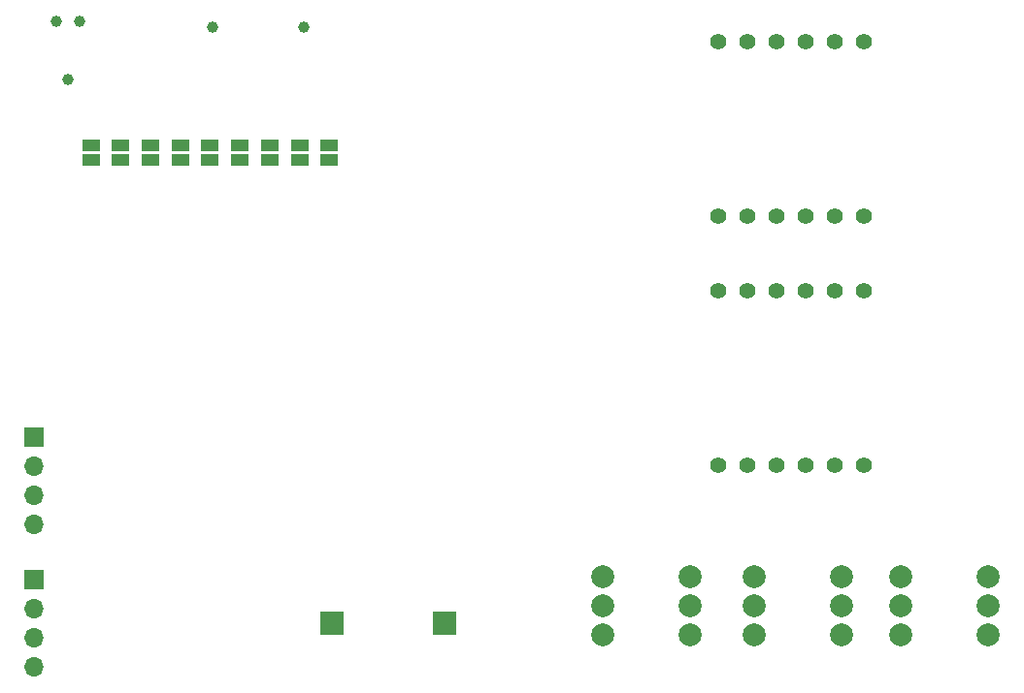
<source format=gbs>
%TF.GenerationSoftware,KiCad,Pcbnew,8.0.4*%
%TF.CreationDate,2024-08-22T20:54:46+02:00*%
%TF.ProjectId,Controller,436f6e74-726f-46c6-9c65-722e6b696361,v0*%
%TF.SameCoordinates,Original*%
%TF.FileFunction,Soldermask,Bot*%
%TF.FilePolarity,Negative*%
%FSLAX46Y46*%
G04 Gerber Fmt 4.6, Leading zero omitted, Abs format (unit mm)*
G04 Created by KiCad (PCBNEW 8.0.4) date 2024-08-22 20:54:46*
%MOMM*%
%LPD*%
G01*
G04 APERTURE LIST*
%ADD10C,2.000000*%
%ADD11C,0.990600*%
%ADD12R,2.000000X2.000000*%
%ADD13C,1.000000*%
%ADD14C,1.400000*%
%ADD15R,1.500000X1.000000*%
%ADD16R,1.700000X1.700000*%
%ADD17O,1.700000X1.700000*%
G04 APERTURE END LIST*
D10*
%TO.C,U7*%
X237190000Y-101920000D03*
X237190000Y-104460000D03*
X237190000Y-107000000D03*
X244810000Y-107000000D03*
X244810000Y-104460000D03*
X244810000Y-101920000D03*
%TD*%
D11*
%TO.C,J5*%
X164565000Y-58540000D03*
X163549000Y-53460000D03*
X165581000Y-53460000D03*
%TD*%
D12*
%TO.C,TP2*%
X197400000Y-106000000D03*
%TD*%
D10*
%TO.C,U6*%
X224380000Y-101920000D03*
X224380000Y-104460000D03*
X224380000Y-107000000D03*
X232000000Y-107000000D03*
X232000000Y-104460000D03*
X232000000Y-101920000D03*
%TD*%
D13*
%TO.C,J2*%
X185150000Y-53925000D03*
X177150000Y-53925000D03*
%TD*%
D12*
%TO.C,TP3*%
X187600000Y-106000000D03*
%TD*%
D14*
%TO.C,U4*%
X221300000Y-92240000D03*
X223840000Y-92240000D03*
X226380000Y-92240000D03*
X228920000Y-92240000D03*
X231460000Y-92240000D03*
X234000000Y-92240000D03*
X234000000Y-77000000D03*
X231460000Y-77000000D03*
X228920000Y-77000000D03*
X226380000Y-77000000D03*
X223840000Y-77000000D03*
X221300000Y-77000000D03*
%TD*%
%TO.C,U3*%
X221300000Y-70490000D03*
X223840000Y-70490000D03*
X226380000Y-70490000D03*
X228920000Y-70490000D03*
X231460000Y-70490000D03*
X234000000Y-70490000D03*
X234000000Y-55250000D03*
X231460000Y-55250000D03*
X228920000Y-55250000D03*
X226380000Y-55250000D03*
X223840000Y-55250000D03*
X221300000Y-55250000D03*
%TD*%
D10*
%TO.C,U5*%
X211190000Y-101920000D03*
X211190000Y-104460000D03*
X211190000Y-107000000D03*
X218810000Y-107000000D03*
X218810000Y-104460000D03*
X218810000Y-101920000D03*
%TD*%
D15*
%TO.C,JP7*%
X176950000Y-65575000D03*
X176950000Y-64275000D03*
%TD*%
%TO.C,JP9*%
X182150000Y-65575000D03*
X182150000Y-64275000D03*
%TD*%
%TO.C,JP6*%
X174350000Y-65575000D03*
X174350000Y-64275000D03*
%TD*%
%TO.C,JP3*%
X166550000Y-65575000D03*
X166550000Y-64275000D03*
%TD*%
%TO.C,JP11*%
X187350000Y-65575000D03*
X187350000Y-64275000D03*
%TD*%
D16*
%TO.C,J4*%
X161600000Y-89720000D03*
D17*
X161600000Y-92260000D03*
X161600000Y-94800000D03*
X161600000Y-97340000D03*
%TD*%
D15*
%TO.C,JP10*%
X184750000Y-65575000D03*
X184750000Y-64275000D03*
%TD*%
%TO.C,JP5*%
X171750000Y-65575000D03*
X171750000Y-64275000D03*
%TD*%
%TO.C,JP8*%
X179550000Y-65575000D03*
X179550000Y-64275000D03*
%TD*%
%TO.C,JP4*%
X169150000Y-65575000D03*
X169150000Y-64275000D03*
%TD*%
D16*
%TO.C,J3*%
X161600000Y-102200000D03*
D17*
X161600000Y-104740000D03*
X161600000Y-107280000D03*
X161600000Y-109820000D03*
%TD*%
M02*

</source>
